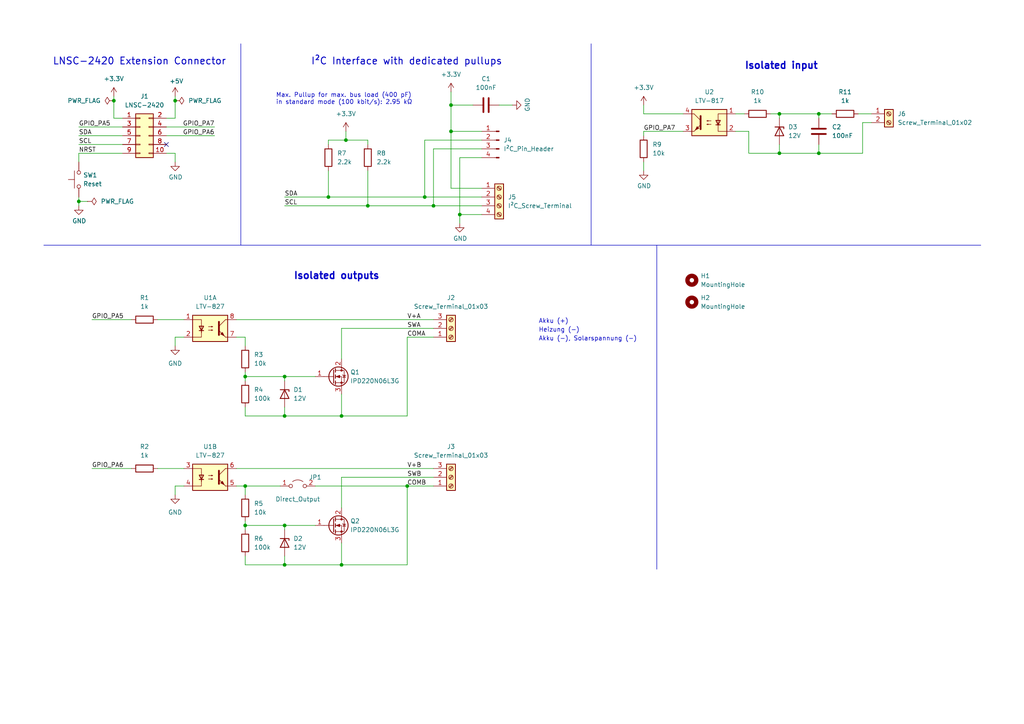
<source format=kicad_sch>
(kicad_sch (version 20230121) (generator eeschema)
  (paper "A4")
  (lib_symbols
    (symbol "Connector:Conn_01x04_Male" (pin_names (offset 1.016) hide)
      (property "Reference" "J" (at 0 5.08 0))
      (property "Value" "Conn_01x04_Male" (at 0 -7.62 0))
      (symbol "Conn_01x04_Male_1_1"
        (polyline (pts (xy 1.27 -5.08) (xy 0.8636 -5.08)) (stroke (width 0.1524)))
        (polyline (pts (xy 1.27 -2.54) (xy 0.8636 -2.54)) (stroke (width 0.1524)))
        (polyline (pts (xy 1.27 0) (xy 0.8636 0)) (stroke (width 0.1524)))
        (polyline (pts (xy 1.27 2.54) (xy 0.8636 2.54)) (stroke (width 0.1524)))
        (rectangle (start 0.8636 -4.953) (end 0 -5.207) (stroke (width 0.1524)) (fill (type outline)))
        (rectangle (start 0.8636 -2.413) (end 0 -2.667) (stroke (width 0.1524)) (fill (type outline)))
        (rectangle (start 0.8636 0.127) (end 0 -0.127) (stroke (width 0.1524)) (fill (type outline)))
        (rectangle (start 0.8636 2.667) (end 0 2.413) (stroke (width 0.1524)) (fill (type outline)))
        (pin passive line (at 5.08 2.54 180) (length 3.81) (name "Pin_1") (number "1"))
        (pin passive line (at 5.08 0 180) (length 3.81) (name "Pin_2") (number "2"))
        (pin passive line (at 5.08 -2.54 180) (length 3.81) (name "Pin_3") (number "3"))
        (pin passive line (at 5.08 -5.08 180) (length 3.81) (name "Pin_4") (number "4"))
      )
    )
    (symbol "Connector:Screw_Terminal_01x02" (pin_names (offset 1.016) hide)
      (property "Reference" "J" (at 0 2.54 0))
      (property "Value" "Screw_Terminal_01x02" (at 0 -5.08 0))
      (symbol "Screw_Terminal_01x02_1_1"
        (rectangle (start -1.27 1.27) (end 1.27 -3.81) (stroke (width 0.254)) (fill (type background)))
        (circle (center 0 -2.54) (radius 0.635) (stroke (width 0.1524)))
        (polyline (pts (xy -0.5334 -2.2098) (xy 0.3302 -3.048)) (stroke (width 0.1524)))
        (polyline (pts (xy -0.5334 0.3302) (xy 0.3302 -0.508)) (stroke (width 0.1524)))
        (polyline (pts (xy -0.3556 -2.032) (xy 0.508 -2.8702)) (stroke (width 0.1524)))
        (polyline (pts (xy -0.3556 0.508) (xy 0.508 -0.3302)) (stroke (width 0.1524)))
        (circle (center 0 0) (radius 0.635) (stroke (width 0.1524)))
        (pin passive line (at -5.08 0 0) (length 3.81) (name "Pin_1") (number "1"))
        (pin passive line (at -5.08 -2.54 0) (length 3.81) (name "Pin_2") (number "2"))
      )
    )
    (symbol "Connector:Screw_Terminal_01x03" (pin_names (offset 1.016) hide)
      (property "Reference" "J" (at 0 5.08 0))
      (property "Value" "Screw_Terminal_01x03" (at 0 -5.08 0))
      (symbol "Screw_Terminal_01x03_1_1"
        (rectangle (start -1.27 3.81) (end 1.27 -3.81) (stroke (width 0.254)) (fill (type background)))
        (circle (center 0 -2.54) (radius 0.635) (stroke (width 0.1524)))
        (polyline (pts (xy -0.5334 -2.2098) (xy 0.3302 -3.048)) (stroke (width 0.1524)))
        (polyline (pts (xy -0.5334 0.3302) (xy 0.3302 -0.508)) (stroke (width 0.1524)))
        (polyline (pts (xy -0.5334 2.8702) (xy 0.3302 2.032)) (stroke (width 0.1524)))
        (polyline (pts (xy -0.3556 -2.032) (xy 0.508 -2.8702)) (stroke (width 0.1524)))
        (polyline (pts (xy -0.3556 0.508) (xy 0.508 -0.3302)) (stroke (width 0.1524)))
        (polyline (pts (xy -0.3556 3.048) (xy 0.508 2.2098)) (stroke (width 0.1524)))
        (circle (center 0 0) (radius 0.635) (stroke (width 0.1524)))
        (circle (center 0 2.54) (radius 0.635) (stroke (width 0.1524)))
        (pin passive line (at -5.08 2.54 0) (length 3.81) (name "Pin_1") (number "1"))
        (pin passive line (at -5.08 0 0) (length 3.81) (name "Pin_2") (number "2"))
        (pin passive line (at -5.08 -2.54 0) (length 3.81) (name "Pin_3") (number "3"))
      )
    )
    (symbol "Connector:Screw_Terminal_01x04" (pin_names (offset 1.016) hide)
      (property "Reference" "J" (at 0 5.08 0))
      (property "Value" "Screw_Terminal_01x04" (at 0 -7.62 0))
      (symbol "Screw_Terminal_01x04_1_1"
        (rectangle (start -1.27 3.81) (end 1.27 -6.35) (stroke (width 0.254)) (fill (type background)))
        (circle (center 0 -5.08) (radius 0.635) (stroke (width 0.1524)))
        (circle (center 0 -2.54) (radius 0.635) (stroke (width 0.1524)))
        (polyline (pts (xy -0.5334 -4.7498) (xy 0.3302 -5.588)) (stroke (width 0.1524)))
        (polyline (pts (xy -0.5334 -2.2098) (xy 0.3302 -3.048)) (stroke (width 0.1524)))
        (polyline (pts (xy -0.5334 0.3302) (xy 0.3302 -0.508)) (stroke (width 0.1524)))
        (polyline (pts (xy -0.5334 2.8702) (xy 0.3302 2.032)) (stroke (width 0.1524)))
        (polyline (pts (xy -0.3556 -4.572) (xy 0.508 -5.4102)) (stroke (width 0.1524)))
        (polyline (pts (xy -0.3556 -2.032) (xy 0.508 -2.8702)) (stroke (width 0.1524)))
        (polyline (pts (xy -0.3556 0.508) (xy 0.508 -0.3302)) (stroke (width 0.1524)))
        (polyline (pts (xy -0.3556 3.048) (xy 0.508 2.2098)) (stroke (width 0.1524)))
        (circle (center 0 0) (radius 0.635) (stroke (width 0.1524)))
        (circle (center 0 2.54) (radius 0.635) (stroke (width 0.1524)))
        (pin passive line (at -5.08 2.54 0) (length 3.81) (name "Pin_1") (number "1"))
        (pin passive line (at -5.08 0 0) (length 3.81) (name "Pin_2") (number "2"))
        (pin passive line (at -5.08 -2.54 0) (length 3.81) (name "Pin_3") (number "3"))
        (pin passive line (at -5.08 -5.08 0) (length 3.81) (name "Pin_4") (number "4"))
      )
    )
    (symbol "Connector_Generic:Conn_02x05_Odd_Even" (pin_names (offset 1.016) hide)
      (property "Reference" "J" (at 1.27 7.62 0))
      (property "Value" "Conn_02x05_Odd_Even" (at 1.27 -7.62 0))
      (symbol "Conn_02x05_Odd_Even_1_1"
        (rectangle (start -1.27 -4.953) (end 0 -5.207) (stroke (width 0.1524)))
        (rectangle (start -1.27 -2.413) (end 0 -2.667) (stroke (width 0.1524)))
        (rectangle (start -1.27 0.127) (end 0 -0.127) (stroke (width 0.1524)))
        (rectangle (start -1.27 2.667) (end 0 2.413) (stroke (width 0.1524)))
        (rectangle (start -1.27 5.207) (end 0 4.953) (stroke (width 0.1524)))
        (rectangle (start -1.27 6.35) (end 3.81 -6.35) (stroke (width 0.254)) (fill (type background)))
        (rectangle (start 3.81 -4.953) (end 2.54 -5.207) (stroke (width 0.1524)))
        (rectangle (start 3.81 -2.413) (end 2.54 -2.667) (stroke (width 0.1524)))
        (rectangle (start 3.81 0.127) (end 2.54 -0.127) (stroke (width 0.1524)))
        (rectangle (start 3.81 2.667) (end 2.54 2.413) (stroke (width 0.1524)))
        (rectangle (start 3.81 5.207) (end 2.54 4.953) (stroke (width 0.1524)))
        (pin passive line (at -5.08 5.08 0) (length 3.81) (name "Pin_1") (number "1"))
        (pin passive line (at 7.62 -5.08 180) (length 3.81) (name "Pin_10") (number "10"))
        (pin passive line (at 7.62 5.08 180) (length 3.81) (name "Pin_2") (number "2"))
        (pin passive line (at -5.08 2.54 0) (length 3.81) (name "Pin_3") (number "3"))
        (pin passive line (at 7.62 2.54 180) (length 3.81) (name "Pin_4") (number "4"))
        (pin passive line (at -5.08 0 0) (length 3.81) (name "Pin_5") (number "5"))
        (pin passive line (at 7.62 0 180) (length 3.81) (name "Pin_6") (number "6"))
        (pin passive line (at -5.08 -2.54 0) (length 3.81) (name "Pin_7") (number "7"))
        (pin passive line (at 7.62 -2.54 180) (length 3.81) (name "Pin_8") (number "8"))
        (pin passive line (at -5.08 -5.08 0) (length 3.81) (name "Pin_9") (number "9"))
      )
    )
    (symbol "Device:C" (pin_numbers hide) (pin_names (offset 0.254))
      (property "Reference" "C" (at 0.635 2.54 0))
      (property "Value" "C" (at 0.635 -2.54 0))
      (symbol "C_0_1"
        (polyline (pts (xy -2.032 -0.762) (xy 2.032 -0.762)) (stroke (width 0.508)))
        (polyline (pts (xy -2.032 0.762) (xy 2.032 0.762)) (stroke (width 0.508)))
      )
      (symbol "C_1_1"
        (pin passive line (at 0 3.81 270) (length 2.794) (name "~") (number "1"))
        (pin passive line (at 0 -3.81 90) (length 2.794) (name "~") (number "2"))
      )
    )
    (symbol "Device:D_Zener" (pin_numbers hide) (pin_names (offset 1.016) hide)
      (property "Reference" "D" (at 0 2.54 0))
      (property "Value" "D_Zener" (at 0 -2.54 0))
      (symbol "D_Zener_0_1"
        (polyline (pts (xy 1.27 0) (xy -1.27 0)))
        (polyline (pts (xy -1.27 -1.27) (xy -1.27 1.27) (xy -0.762 1.27)) (stroke (width 0.254)))
        (polyline (pts (xy 1.27 -1.27) (xy 1.27 1.27) (xy -1.27 0) (xy 1.27 -1.27)) (stroke (width 0.254)))
      )
      (symbol "D_Zener_1_1"
        (pin passive line (at -3.81 0 0) (length 2.54) (name "K") (number "1"))
        (pin passive line (at 3.81 0 180) (length 2.54) (name "A") (number "2"))
      )
    )
    (symbol "Device:R" (pin_numbers hide) (pin_names (offset 0))
      (property "Reference" "R" (at 2.032 0 90))
      (property "Value" "R" (at 0 0 90))
      (symbol "R_0_1"
        (rectangle (start -1.016 -2.54) (end 1.016 2.54) (stroke (width 0.254)))
      )
      (symbol "R_1_1"
        (pin passive line (at 0 3.81 270) (length 1.27) (name "~") (number "1"))
        (pin passive line (at 0 -3.81 90) (length 1.27) (name "~") (number "2"))
      )
    )
    (symbol "Isolator:LTV-817" (pin_names (offset 1.016))
      (property "Reference" "U" (at -5.08 5.08 0))
      (property "Value" "LTV-817" (at 0 5.08 0))
      (symbol "LTV-817_0_1"
        (rectangle (start -5.08 3.81) (end 5.08 -3.81) (stroke (width 0.254)) (fill (type background)))
        (polyline (pts (xy -3.175 -0.635) (xy -1.905 -0.635)) (stroke (width 0.254)))
        (polyline (pts (xy 2.54 0.635) (xy 4.445 2.54)))
        (polyline (pts (xy 4.445 -2.54) (xy 2.54 -0.635)) (fill (type outline)))
        (polyline (pts (xy 4.445 -2.54) (xy 5.08 -2.54)))
        (polyline (pts (xy 4.445 2.54) (xy 5.08 2.54)))
        (polyline (pts (xy -5.08 2.54) (xy -2.54 2.54) (xy -2.54 -0.762)))
        (polyline (pts (xy -2.54 -0.635) (xy -2.54 -2.54) (xy -5.08 -2.54)))
        (polyline (pts (xy 2.54 1.905) (xy 2.54 -1.905) (xy 2.54 -1.905)) (stroke (width 0.508)))
        (polyline (pts (xy -2.54 -0.635) (xy -3.175 0.635) (xy -1.905 0.635) (xy -2.54 -0.635)) (stroke (width 0.254)))
        (polyline (pts (xy -0.508 -0.508) (xy 0.762 -0.508) (xy 0.381 -0.635) (xy 0.381 -0.381) (xy 0.762 -0.508)))
        (polyline (pts (xy -0.508 0.508) (xy 0.762 0.508) (xy 0.381 0.381) (xy 0.381 0.635) (xy 0.762 0.508)))
        (polyline (pts (xy 3.048 -1.651) (xy 3.556 -1.143) (xy 4.064 -2.159) (xy 3.048 -1.651) (xy 3.048 -1.651)) (fill (type outline)))
      )
      (symbol "LTV-817_1_1"
        (pin passive line (at -7.62 2.54 0) (length 2.54) (name "~") (number "1"))
        (pin passive line (at -7.62 -2.54 0) (length 2.54) (name "~") (number "2"))
        (pin passive line (at 7.62 -2.54 180) (length 2.54) (name "~") (number "3"))
        (pin passive line (at 7.62 2.54 180) (length 2.54) (name "~") (number "4"))
      )
    )
    (symbol "Isolator:LTV-827" (pin_names (offset 1.016))
      (property "Reference" "U" (at -5.08 5.08 0))
      (property "Value" "LTV-827" (at 0 5.08 0))
      (symbol "LTV-827_0_1"
        (rectangle (start -5.08 3.81) (end 5.08 -3.81) (stroke (width 0.254)) (fill (type background)))
        (polyline (pts (xy -3.175 -0.635) (xy -1.905 -0.635)) (stroke (width 0.254)))
        (polyline (pts (xy 2.54 0.635) (xy 4.445 2.54)))
        (polyline (pts (xy 4.445 -2.54) (xy 2.54 -0.635)) (fill (type outline)))
        (polyline (pts (xy 4.445 -2.54) (xy 5.08 -2.54)))
        (polyline (pts (xy 4.445 2.54) (xy 5.08 2.54)))
        (polyline (pts (xy -2.54 -0.635) (xy -2.54 -2.54) (xy -5.08 -2.54)))
        (polyline (pts (xy 2.54 1.905) (xy 2.54 -1.905) (xy 2.54 -1.905)) (stroke (width 0.508)))
        (polyline (pts (xy -5.08 2.54) (xy -2.54 2.54) (xy -2.54 -1.27) (xy -2.54 0.635)))
        (polyline (pts (xy -2.54 -0.635) (xy -3.175 0.635) (xy -1.905 0.635) (xy -2.54 -0.635)) (stroke (width 0.254)))
        (polyline (pts (xy -0.508 -0.508) (xy 0.762 -0.508) (xy 0.381 -0.635) (xy 0.381 -0.381) (xy 0.762 -0.508)))
        (polyline (pts (xy -0.508 0.508) (xy 0.762 0.508) (xy 0.381 0.381) (xy 0.381 0.635) (xy 0.762 0.508)))
        (polyline (pts (xy 3.048 -1.651) (xy 3.556 -1.143) (xy 4.064 -2.159) (xy 3.048 -1.651) (xy 3.048 -1.651)) (fill (type outline)))
      )
      (symbol "LTV-827_1_1"
        (pin passive line (at -7.62 2.54 0) (length 2.54) (name "~") (number "1"))
        (pin passive line (at -7.62 -2.54 0) (length 2.54) (name "~") (number "2"))
        (pin passive line (at 7.62 -2.54 180) (length 2.54) (name "~") (number "7"))
        (pin passive line (at 7.62 2.54 180) (length 2.54) (name "~") (number "8"))
      )
      (symbol "LTV-827_2_1"
        (pin passive line (at -7.62 2.54 0) (length 2.54) (name "~") (number "3"))
        (pin passive line (at -7.62 -2.54 0) (length 2.54) (name "~") (number "4"))
        (pin passive line (at 7.62 -2.54 180) (length 2.54) (name "~") (number "5"))
        (pin passive line (at 7.62 2.54 180) (length 2.54) (name "~") (number "6"))
      )
    )
    (symbol "Jumper:Jumper_2_Open" (pin_names (offset 0) hide)
      (property "Reference" "JP" (at 0 2.794 0))
      (property "Value" "Jumper_2_Open" (at 0 -2.286 0))
      (symbol "Jumper_2_Open_0_0"
        (circle (center -2.032 0) (radius 0.508))
        (circle (center 2.032 0) (radius 0.508))
      )
      (symbol "Jumper_2_Open_0_1"
        (arc (start 1.524 1.27) (mid 0 1.778) (end -1.524 1.27))
      )
      (symbol "Jumper_2_Open_1_1"
        (pin passive line (at -5.08 0 0) (length 2.54) (name "A") (number "1"))
        (pin passive line (at 5.08 0 180) (length 2.54) (name "B") (number "2"))
      )
    )
    (symbol "Mechanical:MountingHole" (pin_names (offset 1.016))
      (property "Reference" "H" (at 0 5.08 0))
      (property "Value" "MountingHole" (at 0 3.175 0))
      (symbol "MountingHole_0_1"
        (circle (center 0 0) (radius 1.27) (stroke (width 1.27)))
      )
    )
    (symbol "Switch:SW_Push" (pin_numbers hide) (pin_names (offset 1.016) hide)
      (property "Reference" "SW" (at 1.27 2.54 0))
      (property "Value" "SW_Push" (at 0 -1.524 0))
      (symbol "SW_Push_0_1"
        (circle (center -2.032 0) (radius 0.508))
        (polyline (pts (xy 0 1.27) (xy 0 3.048)))
        (polyline (pts (xy 2.54 1.27) (xy -2.54 1.27)))
        (circle (center 2.032 0) (radius 0.508))
        (pin passive line (at -5.08 0 0) (length 2.54) (name "1") (number "1"))
        (pin passive line (at 5.08 0 180) (length 2.54) (name "2") (number "2"))
      )
    )
    (symbol "Transistor_FET:IPD220N06L3G" (pin_names hide)
      (property "Reference" "Q" (at 5.08 1.905 0))
      (property "Value" "IPD220N06L3G" (at 5.08 0 0))
      (symbol "IPD220N06L3G_0_1"
        (polyline (pts (xy 0.254 0) (xy -2.54 0)))
        (polyline (pts (xy 0.254 1.905) (xy 0.254 -1.905)) (stroke (width 0.254)))
        (polyline (pts (xy 0.762 -1.27) (xy 0.762 -2.286)) (stroke (width 0.254)))
        (polyline (pts (xy 0.762 0.508) (xy 0.762 -0.508)) (stroke (width 0.254)))
        (polyline (pts (xy 0.762 2.286) (xy 0.762 1.27)) (stroke (width 0.254)))
        (polyline (pts (xy 2.54 2.54) (xy 2.54 1.778)))
        (polyline (pts (xy 2.54 -2.54) (xy 2.54 0) (xy 0.762 0)))
        (polyline (pts (xy 0.762 -1.778) (xy 3.302 -1.778) (xy 3.302 1.778) (xy 0.762 1.778)))
        (polyline (pts (xy 1.016 0) (xy 2.032 0.381) (xy 2.032 -0.381) (xy 1.016 0)) (fill (type outline)))
        (polyline (pts (xy 2.794 0.508) (xy 2.921 0.381) (xy 3.683 0.381) (xy 3.81 0.254)))
        (polyline (pts (xy 3.302 0.381) (xy 2.921 -0.254) (xy 3.683 -0.254) (xy 3.302 0.381)))
        (circle (center 1.651 0) (radius 2.794) (stroke (width 0.254)))
        (circle (center 2.54 -1.778) (radius 0.254) (fill (type outline)))
        (circle (center 2.54 1.778) (radius 0.254) (fill (type outline)))
      )
      (symbol "IPD220N06L3G_1_1"
        (pin passive line (at -5.08 0 0) (length 2.54) (name "G") (number "1"))
        (pin passive line (at 2.54 5.08 270) (length 2.54) (name "D") (number "2"))
        (pin passive line (at 2.54 -5.08 90) (length 2.54) (name "S") (number "3"))
      )
    )
    (symbol "power:+3.3V" (power) (pin_names (offset 0))
      (property "Value" "+3.3V" (at 0 3.556 0))
      (symbol "+3.3V_0_1"
        (polyline (pts (xy -0.762 1.27) (xy 0 2.54)))
        (polyline (pts (xy 0 0) (xy 0 2.54)))
        (polyline (pts (xy 0 2.54) (xy 0.762 1.27)))
      )
      (symbol "+3.3V_1_1"
        (pin power_in line (at 0 0 90) (length 0) hide (name "+3.3V") (number "1"))
      )
    )
    (symbol "power:+5V" (power) (pin_names (offset 0))
      (property "Value" "+5V" (at 0 3.556 0))
      (symbol "+5V_0_1"
        (polyline (pts (xy -0.762 1.27) (xy 0 2.54)))
        (polyline (pts (xy 0 0) (xy 0 2.54)))
        (polyline (pts (xy 0 2.54) (xy 0.762 1.27)))
      )
      (symbol "+5V_1_1"
        (pin power_in line (at 0 0 90) (length 0) hide (name "+5V") (number "1"))
      )
    )
    (symbol "power:GND" (power) (pin_names (offset 0))
      (property "Value" "GND" (at 0 -3.81 0))
      (symbol "GND_0_1"
        (polyline (pts (xy 0 0) (xy 0 -1.27) (xy 1.27 -1.27) (xy 0 -2.54) (xy -1.27 -1.27) (xy 0 -1.27)))
      )
      (symbol "GND_1_1"
        (pin power_in line (at 0 0 270) (length 0) hide (name "GND") (number "1"))
      )
    )
    (symbol "power:PWR_FLAG" (power) (pin_numbers hide) (pin_names (offset 0) hide)
      (property "Value" "PWR_FLAG" (at 0 3.81 0))
      (symbol "PWR_FLAG_0_0"
        (pin power_out line (at 0 0 90) (length 0) (name "pwr") (number "1"))
      )
      (symbol "PWR_FLAG_0_1"
        (polyline (pts (xy 0 0) (xy 0 1.27) (xy -1.016 1.905) (xy 0 2.54) (xy 1.016 1.905) (xy 0 1.27)))
      )
    )
  )
  (junction (at 71.12 109.22))
  (junction (at 82.55 152.4))
  (junction (at 99.06 163.83))
  (junction (at 82.55 163.83))
  (junction (at 237.49 44.45))
  (junction (at 100.33 40.64))
  (junction (at 82.55 120.65))
  (junction (at 226.06 33.02))
  (junction (at 33.02 29.21))
  (junction (at 71.12 152.4))
  (junction (at 22.86 58.42))
  (junction (at 123.19 57.15))
  (junction (at 130.81 38.1))
  (junction (at 106.68 59.69))
  (junction (at 71.12 140.97))
  (junction (at 50.8 29.21))
  (junction (at 133.35 62.23))
  (junction (at 118.11 140.97))
  (junction (at 82.55 109.22))
  (junction (at 237.49 33.02))
  (junction (at 99.06 120.65))
  (junction (at 130.81 30.48))
  (junction (at 226.06 44.45))
  (junction (at 95.25 57.15))
  (junction (at 125.73 59.69))
  (no_connect (at 48.26 41.91))
  (wire (pts (xy 118.11 120.65) (xy 99.06 120.65)))
  (wire (pts (xy 125.73 97.79) (xy 118.11 97.79)))
  (wire (pts (xy 82.55 109.22) (xy 91.44 109.22)))
  (wire (pts (xy 95.25 40.64) (xy 100.33 40.64)))
  (wire (pts (xy 71.12 109.22) (xy 71.12 110.49)))
  (wire (pts (xy 186.69 38.1) (xy 186.69 39.37)))
  (wire (pts (xy 26.67 135.89) (xy 38.1 135.89)))
  (wire (pts (xy 237.49 41.91) (xy 237.49 44.45)))
  (wire (pts (xy 22.86 58.42) (xy 25.4 58.42)))
  (wire (pts (xy 130.81 30.48) (xy 137.16 30.48)))
  (wire (pts (xy 213.36 38.1) (xy 217.17 38.1)))
  (wire (pts (xy 99.06 163.83) (xy 82.55 163.83)))
  (wire (pts (xy 130.81 38.1) (xy 139.7 38.1)))
  (wire (pts (xy 22.86 44.45) (xy 22.86 46.99)))
  (wire (pts (xy 71.12 107.95) (xy 71.12 109.22)))
  (wire (pts (xy 71.12 152.4) (xy 82.55 152.4)))
  (wire (pts (xy 133.35 45.72) (xy 133.35 62.23)))
  (wire (pts (xy 237.49 44.45) (xy 250.19 44.45)))
  (polyline (pts (xy 171.45 71.12) (xy 190.5 71.12)))
  (wire (pts (xy 71.12 152.4) (xy 71.12 153.67)))
  (wire (pts (xy 125.73 138.43) (xy 99.06 138.43)))
  (wire (pts (xy 106.68 59.69) (xy 82.55 59.69)))
  (wire (pts (xy 71.12 109.22) (xy 82.55 109.22)))
  (wire (pts (xy 250.19 35.56) (xy 252.73 35.56)))
  (wire (pts (xy 50.8 97.79) (xy 53.34 97.79)))
  (wire (pts (xy 71.12 120.65) (xy 71.12 118.11)))
  (wire (pts (xy 99.06 120.65) (xy 82.55 120.65)))
  (wire (pts (xy 68.58 135.89) (xy 125.73 135.89)))
  (wire (pts (xy 99.06 138.43) (xy 99.06 147.32)))
  (wire (pts (xy 68.58 140.97) (xy 71.12 140.97)))
  (wire (pts (xy 82.55 152.4) (xy 82.55 153.67)))
  (wire (pts (xy 106.68 59.69) (xy 125.73 59.69)))
  (wire (pts (xy 186.69 38.1) (xy 198.12 38.1)))
  (wire (pts (xy 250.19 44.45) (xy 250.19 35.56)))
  (wire (pts (xy 45.72 135.89) (xy 53.34 135.89)))
  (wire (pts (xy 82.55 163.83) (xy 71.12 163.83)))
  (wire (pts (xy 99.06 157.48) (xy 99.06 163.83)))
  (wire (pts (xy 22.86 39.37) (xy 35.56 39.37)))
  (wire (pts (xy 100.33 38.1) (xy 100.33 40.64)))
  (wire (pts (xy 22.86 44.45) (xy 35.56 44.45)))
  (wire (pts (xy 95.25 41.91) (xy 95.25 40.64)))
  (wire (pts (xy 186.69 30.48) (xy 186.69 33.02)))
  (wire (pts (xy 50.8 29.21) (xy 50.8 27.94)))
  (wire (pts (xy 226.06 33.02) (xy 226.06 34.29)))
  (wire (pts (xy 35.56 41.91) (xy 22.86 41.91)))
  (wire (pts (xy 71.12 163.83) (xy 71.12 161.29)))
  (wire (pts (xy 139.7 54.61) (xy 130.81 54.61)))
  (wire (pts (xy 50.8 34.29) (xy 50.8 29.21)))
  (wire (pts (xy 71.12 97.79) (xy 71.12 100.33)))
  (wire (pts (xy 82.55 120.65) (xy 71.12 120.65)))
  (wire (pts (xy 125.73 43.18) (xy 125.73 59.69)))
  (wire (pts (xy 50.8 100.33) (xy 50.8 97.79)))
  (wire (pts (xy 133.35 62.23) (xy 133.35 64.77)))
  (wire (pts (xy 50.8 44.45) (xy 48.26 44.45)))
  (polyline (pts (xy 190.5 71.12) (xy 190.5 165.1)))
  (wire (pts (xy 82.55 57.15) (xy 95.25 57.15)))
  (wire (pts (xy 125.73 140.97) (xy 118.11 140.97)))
  (wire (pts (xy 45.72 92.71) (xy 53.34 92.71)))
  (wire (pts (xy 106.68 49.53) (xy 106.68 59.69)))
  (wire (pts (xy 82.55 152.4) (xy 91.44 152.4)))
  (wire (pts (xy 118.11 97.79) (xy 118.11 120.65)))
  (wire (pts (xy 123.19 40.64) (xy 123.19 57.15)))
  (wire (pts (xy 71.12 140.97) (xy 71.12 143.51)))
  (wire (pts (xy 226.06 44.45) (xy 237.49 44.45)))
  (wire (pts (xy 82.55 118.11) (xy 82.55 120.65)))
  (wire (pts (xy 68.58 92.71) (xy 125.73 92.71)))
  (wire (pts (xy 186.69 46.99) (xy 186.69 49.53)))
  (wire (pts (xy 68.58 97.79) (xy 71.12 97.79)))
  (wire (pts (xy 123.19 40.64) (xy 139.7 40.64)))
  (wire (pts (xy 50.8 46.99) (xy 50.8 44.45)))
  (wire (pts (xy 226.06 33.02) (xy 237.49 33.02)))
  (wire (pts (xy 50.8 143.51) (xy 50.8 140.97)))
  (wire (pts (xy 33.02 29.21) (xy 33.02 34.29)))
  (wire (pts (xy 82.55 161.29) (xy 82.55 163.83)))
  (wire (pts (xy 223.52 33.02) (xy 226.06 33.02)))
  (wire (pts (xy 130.81 26.67) (xy 130.81 30.48)))
  (wire (pts (xy 99.06 95.25) (xy 99.06 104.14)))
  (wire (pts (xy 130.81 30.48) (xy 130.81 38.1)))
  (wire (pts (xy 26.67 92.71) (xy 38.1 92.71)))
  (wire (pts (xy 95.25 49.53) (xy 95.25 57.15)))
  (polyline (pts (xy 69.85 12.7) (xy 69.85 71.12)))
  (wire (pts (xy 125.73 95.25) (xy 99.06 95.25)))
  (polyline (pts (xy 190.5 71.12) (xy 284.48 71.12)))
  (wire (pts (xy 95.25 57.15) (xy 123.19 57.15)))
  (wire (pts (xy 125.73 43.18) (xy 139.7 43.18)))
  (wire (pts (xy 91.44 140.97) (xy 118.11 140.97)))
  (wire (pts (xy 213.36 33.02) (xy 215.9 33.02)))
  (wire (pts (xy 130.81 54.61) (xy 130.81 38.1)))
  (wire (pts (xy 133.35 62.23) (xy 139.7 62.23)))
  (wire (pts (xy 248.92 33.02) (xy 252.73 33.02)))
  (wire (pts (xy 33.02 27.94) (xy 33.02 29.21)))
  (wire (pts (xy 99.06 114.3) (xy 99.06 120.65)))
  (wire (pts (xy 82.55 109.22) (xy 82.55 110.49)))
  (wire (pts (xy 33.02 34.29) (xy 35.56 34.29)))
  (polyline (pts (xy 12.7 71.12) (xy 171.45 71.12)))
  (wire (pts (xy 217.17 38.1) (xy 217.17 44.45)))
  (wire (pts (xy 35.56 36.83) (xy 22.86 36.83)))
  (wire (pts (xy 106.68 40.64) (xy 106.68 41.91)))
  (wire (pts (xy 48.26 34.29) (xy 50.8 34.29)))
  (wire (pts (xy 62.23 36.83) (xy 48.26 36.83)))
  (polyline (pts (xy 171.45 71.12) (xy 171.45 12.7)))
  (wire (pts (xy 118.11 163.83) (xy 99.06 163.83)))
  (wire (pts (xy 217.17 44.45) (xy 226.06 44.45)))
  (wire (pts (xy 123.19 57.15) (xy 139.7 57.15)))
  (wire (pts (xy 144.78 30.48) (xy 148.59 30.48)))
  (wire (pts (xy 226.06 41.91) (xy 226.06 44.45)))
  (wire (pts (xy 22.86 58.42) (xy 22.86 59.69)))
  (wire (pts (xy 198.12 33.02) (xy 186.69 33.02)))
  (wire (pts (xy 71.12 151.13) (xy 71.12 152.4)))
  (wire (pts (xy 118.11 140.97) (xy 118.11 163.83)))
  (wire (pts (xy 139.7 59.69) (xy 125.73 59.69)))
  (wire (pts (xy 139.7 45.72) (xy 133.35 45.72)))
  (wire (pts (xy 50.8 140.97) (xy 53.34 140.97)))
  (wire (pts (xy 22.86 57.15) (xy 22.86 58.42)))
  (wire (pts (xy 62.23 39.37) (xy 48.26 39.37)))
  (wire (pts (xy 237.49 33.02) (xy 237.49 34.29)))
  (wire (pts (xy 71.12 140.97) (xy 81.28 140.97)))
  (wire (pts (xy 100.33 40.64) (xy 106.68 40.64)))
  (wire (pts (xy 237.49 33.02) (xy 241.3 33.02)))
  (text "I²C Interface with dedicated pullups" (at 90.17 19.05 0) (effects (font (size 2 2) (thickness 0.254) bold) (justify left bottom)))
  (text "Akku (-), Solarspannung (-)" (at 156.21 99.06 0) (effects (font (size 1.27 1.27)) (justify left bottom)))
  (text "LNSC-2420 Extension Connector" (at 15.24 19.05 0) (effects (font (size 2 2) (thickness 0.254) bold) (justify left bottom)))
  (text "Heizung (-)" (at 156.21 96.52 0) (effects (font (size 1.27 1.27)) (justify left bottom)))
  (text "Akku (+)" (at 156.21 93.98 0) (effects (font (size 1.27 1.27)) (justify left bottom)))
  (text "Isolated outputs" (at 85.09 81.28 0) (effects (font (size 2 2) (thickness 0.4) bold) (justify left bottom)))
  (text "Max. Pullup for max. bus load (400 pF)\nin standard mode (100 kbit/s): 2.95 kΩ" (at 80.01 30.48 0) (effects (font (size 1.27 1.27)) (justify left bottom)))
  (text "Isolated input" (at 215.9 20.32 0) (effects (font (size 2 2) bold) (justify left bottom)))
  (label "SCL" (at 82.55 59.69 0))
  (label "GPIO_PA7" (at 62.23 36.83 180))
  (label "SWA" (at 118.11 95.25 0))
  (label "COMB" (at 118.11 140.97 0))
  (label "GPIO_PA6" (at 62.23 39.37 180))
  (label "COMA" (at 118.11 97.79 0))
  (label "V+A" (at 118.11 92.71 0))
  (label "NRST" (at 22.86 44.45 0))
  (label "GPIO_PA5" (at 22.86 36.83 0))
  (label "GPIO_PA5" (at 26.67 92.71 0))
  (label "GPIO_PA7" (at 186.69 38.1 0))
  (label "SWB" (at 118.11 138.43 0))
  (label "SDA" (at 22.86 39.37 0))
  (label "GPIO_PA6" (at 26.67 135.89 0))
  (label "SCL" (at 22.86 41.91 0))
  (label "SDA" (at 82.55 57.15 0))
  (label "V+B" (at 118.11 135.89 0))
  (symbol (lib_id "Switch:SW_Push") (at 22.86 52.07 90) (unit 1)
    (property "Reference" "SW1" (at 24.13 50.7999 90) (effects (justify right)))
    (property "Value" "Reset" (at 24.13 53.3399 90) (effects (justify right)))
    (property "Footprint" "Button_Switch_THT:SW_PUSH_6mm" (effects hide))
  )
  (symbol (lib_id "Device:R") (at 106.68 45.72 0) (unit 1)
    (property "Reference" "R8" (at 109.22 44.4499 0) (effects (justify left)))
    (property "Value" "2.2k" (at 109.22 46.9899 0) (effects (justify left)))
    (property "Footprint" "Resistor_SMD:R_0603_1608Metric" (effects hide))
  )
  (symbol (lib_id "power:PWR_FLAG") (at 25.4 58.42 270) (unit 1)
    (property "Reference" "#FLG01" (effects hide))
    (property "Value" "PWR_FLAG" (at 29.21 58.4199 90) (effects (justify left)))
  )
  (symbol (lib_id "power:GND") (at 133.35 64.77 0) (unit 1)
    (property "Reference" "#PWR09" (effects hide))
    (property "Value" "GND" (at 133.477 69.1642 0))
  )
  (symbol (lib_id "Device:R") (at 41.91 135.89 90) (unit 1)
    (property "Reference" "R2" (at 41.91 129.54 90))
    (property "Value" "1k" (at 41.91 132.08 90))
    (property "Footprint" "Resistor_SMD:R_0603_1608Metric" (effects hide))
  )
  (symbol (lib_id "Device:R") (at 219.71 33.02 90) (unit 1)
    (property "Reference" "R10" (at 219.71 26.67 90))
    (property "Value" "1k" (at 219.71 29.21 90))
    (property "Footprint" "Resistor_SMD:R_0603_1608Metric" (effects hide))
  )
  (symbol (lib_id "power:GND") (at 50.8 46.99 0) (unit 1)
    (property "Reference" "#PWR04" (effects hide))
    (property "Value" "GND" (at 50.927 51.3842 0))
  )
  (symbol (lib_id "power:GND") (at 50.8 100.33 0) (unit 1)
    (property "Reference" "#PWR05" (effects hide))
    (property "Value" "GND" (at 50.8 105.41 0))
  )
  (symbol (lib_id "power:+3.3V") (at 33.02 27.94 0) (unit 1)
    (property "Reference" "#PWR02" (effects hide))
    (property "Value" "+3.3V" (at 33.02 22.86 0))
  )
  (symbol (lib_id "Connector:Conn_01x04_Male") (at 144.78 40.64 0) (mirror y) (unit 1)
    (property "Reference" "J4" (at 146.05 40.6399 0) (effects (justify right)))
    (property "Value" "I²C_Pin_Header" (at 146.05 43.1799 0) (effects (justify right)))
    (property "Footprint" "Connector_PinHeader_2.54mm:PinHeader_1x04_P2.54mm_Vertical" (effects hide))
  )
  (symbol (lib_id "Isolator:LTV-827") (at 60.96 138.43 0) (unit 2)
    (property "Reference" "U1" (at 60.96 129.54 0))
    (property "Value" "LTV-827" (at 60.96 132.08 0))
    (property "Footprint" "Package_DIP:DIP-8_W7.62mm" (effects hide))
    (property "Datasheet" "http://optoelectronics.liteon.com/upload/download/DS-70-96-0016/LTV-8X7%20series%20201610%20.pdf" (effects hide))
  )
  (symbol (lib_id "Isolator:LTV-827") (at 60.96 95.25 0) (unit 1)
    (property "Reference" "U1" (at 60.96 86.36 0))
    (property "Value" "LTV-827" (at 60.96 88.9 0))
    (property "Footprint" "Package_DIP:DIP-8_W7.62mm" (effects hide))
    (property "Datasheet" "http://optoelectronics.liteon.com/upload/download/DS-70-96-0016/LTV-8X7%20series%20201610%20.pdf" (effects hide))
  )
  (symbol (lib_id "Device:R") (at 245.11 33.02 90) (unit 1)
    (property "Reference" "R11" (at 245.11 26.67 90))
    (property "Value" "1k" (at 245.11 29.21 90))
    (property "Footprint" "Resistor_SMD:R_0603_1608Metric" (effects hide))
  )
  (symbol (lib_id "Mechanical:MountingHole") (at 200.66 81.28 0) (unit 1)
    (property "Reference" "H1" (at 203.2 80.0099 0) (effects (justify left)))
    (property "Value" "MountingHole" (at 203.2 82.5499 0) (effects (justify left)))
    (property "Footprint" "MountingHole:MountingHole_3.2mm_M3" (effects hide))
  )
  (symbol (lib_id "Connector:Screw_Terminal_01x02") (at 257.81 33.02 0) (unit 1)
    (property "Reference" "J6" (at 260.35 33.0199 0) (effects (justify left)))
    (property "Value" "Screw_Terminal_01x02" (at 260.35 35.5599 0) (effects (justify left)))
    (property "Footprint" "TerminalBlock_MetzConnect:TerminalBlock_MetzConnect_Type055_RT01502HDWU_1x02_P5.00mm_Horizontal" (effects hide))
  )
  (symbol (lib_id "power:PWR_FLAG") (at 33.02 29.21 90) (unit 1)
    (property "Reference" "#FLG02" (effects hide))
    (property "Value" "PWR_FLAG" (at 29.21 29.2099 90) (effects (justify left)))
  )
  (symbol (lib_id "power:GND") (at 22.86 59.69 0) (unit 1)
    (property "Reference" "#PWR01" (effects hide))
    (property "Value" "GND" (at 22.987 64.0842 0))
  )
  (symbol (lib_id "Device:R") (at 71.12 157.48 0) (unit 1)
    (property "Reference" "R6" (at 73.66 156.2099 0) (effects (justify left)))
    (property "Value" "100k" (at 73.66 158.7499 0) (effects (justify left)))
    (property "Footprint" "Resistor_SMD:R_0603_1608Metric" (effects hide))
  )
  (symbol (lib_id "Device:D_Zener") (at 226.06 38.1 270) (unit 1)
    (property "Reference" "D3" (at 228.6 36.8299 90) (effects (justify left)))
    (property "Value" "12V" (at 228.6 39.3699 90) (effects (justify left)))
    (property "Footprint" "Diode_SMD:D_MiniMELF" (effects hide))
  )
  (symbol (lib_id "Device:C") (at 237.49 38.1 180) (unit 1)
    (property "Reference" "C2" (at 241.3 36.8299 0) (effects (justify right)))
    (property "Value" "100nF" (at 241.3 39.3699 0) (effects (justify right)))
    (property "Footprint" "Capacitor_SMD:C_0603_1608Metric" (effects hide))
  )
  (symbol (lib_id "power:+3.3V") (at 100.33 38.1 0) (unit 1)
    (property "Reference" "#PWR07" (effects hide))
    (property "Value" "+3.3V" (at 100.33 33.02 0))
  )
  (symbol (lib_id "Device:C") (at 140.97 30.48 90) (unit 1)
    (property "Reference" "C1" (at 140.97 22.86 90))
    (property "Value" "100nF" (at 140.97 25.4 90))
    (property "Footprint" "Capacitor_SMD:C_0603_1608Metric" (effects hide))
  )
  (symbol (lib_id "Device:R") (at 186.69 43.18 180) (unit 1)
    (property "Reference" "R9" (at 189.23 41.9099 0) (effects (justify right)))
    (property "Value" "10k" (at 189.23 44.4499 0) (effects (justify right)))
    (property "Footprint" "Resistor_SMD:R_0603_1608Metric" (effects hide))
  )
  (symbol (lib_id "power:PWR_FLAG") (at 50.8 29.21 270) (unit 1)
    (property "Reference" "#FLG03" (effects hide))
    (property "Value" "PWR_FLAG" (at 54.61 29.2099 90) (effects (justify left)))
  )
  (symbol (lib_id "power:+3.3V") (at 186.69 30.48 0) (unit 1)
    (property "Reference" "#PWR011" (effects hide))
    (property "Value" "+3.3V" (at 186.69 25.4 0))
  )
  (symbol (lib_id "power:GND") (at 50.8 143.51 0) (unit 1)
    (property "Reference" "#PWR06" (effects hide))
    (property "Value" "GND" (at 50.8 148.59 0))
  )
  (symbol (lib_id "power:GND") (at 186.69 49.53 0) (unit 1)
    (property "Reference" "#PWR012" (effects hide))
    (property "Value" "GND" (at 186.817 53.9242 0))
  )
  (symbol (lib_id "Transistor_FET:IPD220N06L3G") (at 96.52 152.4 0) (unit 1)
    (property "Reference" "Q2" (at 101.6 151.13 0) (effects (justify left)))
    (property "Value" "IPD220N06L3G" (at 101.6 153.67 0) (effects (justify left)))
    (property "Footprint" "Package_TO_SOT_SMD:TO-252-2" (effects hide))
    (property "Datasheet" "https://www.st.com/resource/en/datasheet/std7nk40zt4.pdf" (effects hide))
  )
  (symbol (lib_id "Connector_Generic:Conn_02x05_Odd_Even") (at 40.64 39.37 0) (unit 1)
    (property "Reference" "J1" (at 41.91 27.94 0))
    (property "Value" "LNSC-2420" (at 41.91 30.48 0))
    (property "Footprint" "Connector_PinSocket_2.54mm:PinSocket_2x05_P2.54mm_Vertical" (effects hide))
  )
  (symbol (lib_id "Device:R") (at 95.25 45.72 0) (unit 1)
    (property "Reference" "R7" (at 97.79 44.4499 0) (effects (justify left)))
    (property "Value" "2.2k" (at 97.79 46.9899 0) (effects (justify left)))
    (property "Footprint" "Resistor_SMD:R_0603_1608Metric" (effects hide))
  )
  (symbol (lib_id "Connector:Screw_Terminal_01x03") (at 130.81 95.25 0) (mirror x) (unit 1)
    (property "Reference" "J2" (at 130.81 86.36 0))
    (property "Value" "Screw_Terminal_01x03" (at 130.81 88.9 0))
    (property "Footprint" "TerminalBlock_MetzConnect:TerminalBlock_MetzConnect_Type055_RT01503HDWU_1x03_P5.00mm_Horizontal" (effects hide))
  )
  (symbol (lib_id "Isolator:LTV-817") (at 205.74 35.56 0) (mirror y) (unit 1)
    (property "Reference" "U2" (at 205.74 26.67 0))
    (property "Value" "LTV-817" (at 205.74 29.21 0))
    (property "Footprint" "Package_DIP:DIP-4_W7.62mm" (effects hide))
    (property "Datasheet" "http://www.us.liteon.com/downloads/LTV-817-827-847.PDF" (effects hide))
  )
  (symbol (lib_id "Device:D_Zener") (at 82.55 157.48 270) (unit 1)
    (property "Reference" "D2" (at 85.09 156.2099 90) (effects (justify left)))
    (property "Value" "12V" (at 85.09 158.7499 90) (effects (justify left)))
    (property "Footprint" "Diode_SMD:D_MiniMELF" (effects hide))
  )
  (symbol (lib_id "power:+3.3V") (at 130.81 26.67 0) (unit 1)
    (property "Reference" "#PWR08" (effects hide))
    (property "Value" "+3.3V" (at 130.81 21.59 0))
  )
  (symbol (lib_id "Connector:Screw_Terminal_01x03") (at 130.81 138.43 0) (mirror x) (unit 1)
    (property "Reference" "J3" (at 130.81 129.54 0))
    (property "Value" "Screw_Terminal_01x03" (at 130.81 132.08 0))
    (property "Footprint" "TerminalBlock_MetzConnect:TerminalBlock_MetzConnect_Type055_RT01503HDWU_1x03_P5.00mm_Horizontal" (effects hide))
  )
  (symbol (lib_id "Transistor_FET:IPD220N06L3G") (at 96.52 109.22 0) (unit 1)
    (property "Reference" "Q1" (at 101.6 107.95 0) (effects (justify left)))
    (property "Value" "IPD220N06L3G" (at 101.6 110.49 0) (effects (justify left)))
    (property "Footprint" "Package_TO_SOT_SMD:TO-252-2" (effects hide))
    (property "Datasheet" "https://www.st.com/resource/en/datasheet/std7nk40zt4.pdf" (effects hide))
  )
  (symbol (lib_id "power:GND") (at 148.59 30.48 90) (unit 1)
    (property "Reference" "#PWR010" (effects hide))
    (property "Value" "GND" (at 152.9842 30.353 0))
  )
  (symbol (lib_id "Jumper:Jumper_2_Open") (at 86.36 140.97 0) (unit 1)
    (property "Reference" "JP1" (at 91.44 138.43 0))
    (property "Value" "Direct_Output" (at 86.36 144.78 0))
    (property "Footprint" "Connector_PinHeader_2.54mm:PinHeader_1x02_P2.54mm_Vertical" (effects hide))
  )
  (symbol (lib_id "Device:D_Zener") (at 82.55 114.3 270) (unit 1)
    (property "Reference" "D1" (at 85.09 113.0299 90) (effects (justify left)))
    (property "Value" "12V" (at 85.09 115.5699 90) (effects (justify left)))
    (property "Footprint" "Diode_SMD:D_MiniMELF" (effects hide))
  )
  (symbol (lib_id "Device:R") (at 41.91 92.71 90) (unit 1)
    (property "Reference" "R1" (at 41.91 86.36 90))
    (property "Value" "1k" (at 41.91 88.9 90))
    (property "Footprint" "Resistor_SMD:R_0603_1608Metric" (effects hide))
  )
  (symbol (lib_id "Connector:Screw_Terminal_01x04") (at 144.78 57.15 0) (unit 1)
    (property "Reference" "J5" (at 147.32 57.1499 0) (effects (justify left)))
    (property "Value" "I²C_Screw_Terminal" (at 147.32 59.6899 0) (effects (justify left)))
    (property "Footprint" "TerminalBlock_MetzConnect:TerminalBlock_MetzConnect_Type055_RT01504HDWU_1x04_P5.00mm_Horizontal" (effects hide))
  )
  (symbol (lib_id "Device:R") (at 71.12 147.32 0) (unit 1)
    (property "Reference" "R5" (at 73.66 146.0499 0) (effects (justify left)))
    (property "Value" "10k" (at 73.66 148.5899 0) (effects (justify left)))
    (property "Footprint" "Resistor_SMD:R_0603_1608Metric" (effects hide))
  )
  (symbol (lib_id "Device:R") (at 71.12 104.14 0) (unit 1)
    (property "Reference" "R3" (at 73.66 102.8699 0) (effects (justify left)))
    (property "Value" "10k" (at 73.66 105.4099 0) (effects (justify left)))
    (property "Footprint" "Resistor_SMD:R_0603_1608Metric" (effects hide))
  )
  (symbol (lib_id "power:+5V") (at 50.8 27.94 0) (unit 1)
    (property "Reference" "#PWR03" (effects hide))
    (property "Value" "+5V" (at 51.181 23.5458 0))
  )
  (symbol (lib_id "Device:R") (at 71.12 114.3 0) (unit 1)
    (property "Reference" "R4" (at 73.66 113.0299 0) (effects (justify left)))
    (property "Value" "100k" (at 73.66 115.5699 0) (effects (justify left)))
    (property "Footprint" "Resistor_SMD:R_0603_1608Metric" (effects hide))
  )
  (symbol (lib_id "Mechanical:MountingHole") (at 200.66 87.63 0) (unit 1)
    (property "Reference" "H2" (at 203.2 86.3599 0) (effects (justify left)))
    (property "Value" "MountingHole" (at 203.2 88.8999 0) (effects (justify left)))
    (property "Footprint" "MountingHole:MountingHole_3.2mm_M3_DIN965" (effects hide))
  )
)
</source>
